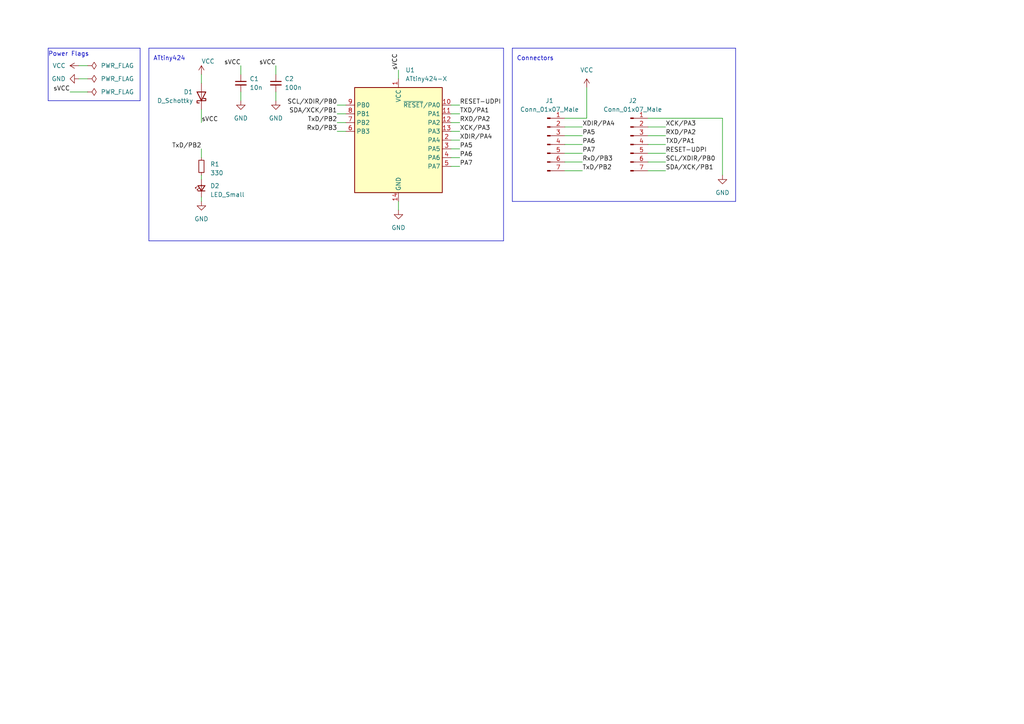
<source format=kicad_sch>
(kicad_sch (version 20230121) (generator eeschema)
  (paper "A4")
  (title_block (title "ATtiny-final") (date "2023-03-31") (rev "v1") (comment 1 "erste Version"))
  (lib_symbols
    (symbol "Connector:Conn_01x07_Male" (pin_names (offset 1.016) hide)
      (property "Reference" "J" (at 0 10.16 0))
      (property "Value" "Conn_01x07_Male" (at 0 -10.16 0))
      (symbol "Conn_01x07_Male_1_1"
        (polyline (pts (xy 1.27 -7.62) (xy 0.8636 -7.62)) (stroke (width 0.1524)))
        (polyline (pts (xy 1.27 -5.08) (xy 0.8636 -5.08)) (stroke (width 0.1524)))
        (polyline (pts (xy 1.27 -2.54) (xy 0.8636 -2.54)) (stroke (width 0.1524)))
        (polyline (pts (xy 1.27 0) (xy 0.8636 0)) (stroke (width 0.1524)))
        (polyline (pts (xy 1.27 2.54) (xy 0.8636 2.54)) (stroke (width 0.1524)))
        (polyline (pts (xy 1.27 5.08) (xy 0.8636 5.08)) (stroke (width 0.1524)))
        (polyline (pts (xy 1.27 7.62) (xy 0.8636 7.62)) (stroke (width 0.1524)))
        (rectangle (start 0.8636 -7.493) (end 0 -7.747) (stroke (width 0.1524)) (fill (type outline)))
        (rectangle (start 0.8636 -4.953) (end 0 -5.207) (stroke (width 0.1524)) (fill (type outline)))
        (rectangle (start 0.8636 -2.413) (end 0 -2.667) (stroke (width 0.1524)) (fill (type outline)))
        (rectangle (start 0.8636 0.127) (end 0 -0.127) (stroke (width 0.1524)) (fill (type outline)))
        (rectangle (start 0.8636 2.667) (end 0 2.413) (stroke (width 0.1524)) (fill (type outline)))
        (rectangle (start 0.8636 5.207) (end 0 4.953) (stroke (width 0.1524)) (fill (type outline)))
        (rectangle (start 0.8636 7.747) (end 0 7.493) (stroke (width 0.1524)) (fill (type outline)))
        (pin passive line (at 5.08 7.62 180) (length 3.81) (name "Pin_1") (number "1"))
        (pin passive line (at 5.08 5.08 180) (length 3.81) (name "Pin_2") (number "2"))
        (pin passive line (at 5.08 2.54 180) (length 3.81) (name "Pin_3") (number "3"))
        (pin passive line (at 5.08 0 180) (length 3.81) (name "Pin_4") (number "4"))
        (pin passive line (at 5.08 -2.54 180) (length 3.81) (name "Pin_5") (number "5"))
        (pin passive line (at 5.08 -5.08 180) (length 3.81) (name "Pin_6") (number "6"))
        (pin passive line (at 5.08 -7.62 180) (length 3.81) (name "Pin_7") (number "7"))
      )
    )
    (symbol "Device:C_Small" (pin_numbers hide) (pin_names (offset 0.254) hide)
      (property "Reference" "C" (at 0.254 1.778 0))
      (property "Value" "C_Small" (at 0.254 -2.032 0))
      (symbol "C_Small_0_1"
        (polyline (pts (xy -1.524 -0.508) (xy 1.524 -0.508)) (stroke (width 0.3302)))
        (polyline (pts (xy -1.524 0.508) (xy 1.524 0.508)) (stroke (width 0.3048)))
      )
      (symbol "C_Small_1_1"
        (pin passive line (at 0 2.54 270) (length 2.032) (name "~") (number "1"))
        (pin passive line (at 0 -2.54 90) (length 2.032) (name "~") (number "2"))
      )
    )
    (symbol "Device:D_Schottky" (pin_numbers hide) (pin_names (offset 1.016) hide)
      (property "Reference" "D" (at 0 2.54 0))
      (property "Value" "D_Schottky" (at 0 -2.54 0))
      (symbol "D_Schottky_0_1"
        (polyline (pts (xy 1.27 0) (xy -1.27 0)))
        (polyline (pts (xy 1.27 1.27) (xy 1.27 -1.27) (xy -1.27 0) (xy 1.27 1.27)) (stroke (width 0.254)))
        (polyline (pts (xy -1.905 0.635) (xy -1.905 1.27) (xy -1.27 1.27) (xy -1.27 -1.27) (xy -0.635 -1.27) (xy -0.635 -0.635)) (stroke (width 0.254)))
      )
      (symbol "D_Schottky_1_1"
        (pin passive line (at -3.81 0 0) (length 2.54) (name "K") (number "1"))
        (pin passive line (at 3.81 0 180) (length 2.54) (name "A") (number "2"))
      )
    )
    (symbol "Device:LED_Small" (pin_numbers hide) (pin_names (offset 0.254) hide)
      (property "Reference" "D" (at -1.27 3.175 0))
      (property "Value" "LED_Small" (at -4.445 -2.54 0))
      (symbol "LED_Small_0_1"
        (polyline (pts (xy -0.762 -1.016) (xy -0.762 1.016)) (stroke (width 0.254)))
        (polyline (pts (xy 1.016 0) (xy -0.762 0)))
        (polyline (pts (xy 0.762 -1.016) (xy -0.762 0) (xy 0.762 1.016) (xy 0.762 -1.016)) (stroke (width 0.254)))
        (polyline (pts (xy 0 0.762) (xy -0.508 1.27) (xy -0.254 1.27) (xy -0.508 1.27) (xy -0.508 1.016)))
        (polyline (pts (xy 0.508 1.27) (xy 0 1.778) (xy 0.254 1.778) (xy 0 1.778) (xy 0 1.524)))
      )
      (symbol "LED_Small_1_1"
        (pin passive line (at -2.54 0 0) (length 1.778) (name "K") (number "1"))
        (pin passive line (at 2.54 0 180) (length 1.778) (name "A") (number "2"))
      )
    )
    (symbol "Device:R_Small" (pin_numbers hide) (pin_names (offset 0.254) hide)
      (property "Reference" "R" (at 0.762 0.508 0))
      (property "Value" "R_Small" (at 0.762 -1.016 0))
      (symbol "R_Small_0_1"
        (rectangle (start -0.762 1.778) (end 0.762 -1.778) (stroke (width 0.2032)))
      )
      (symbol "R_Small_1_1"
        (pin passive line (at 0 2.54 270) (length 0.762) (name "~") (number "1"))
        (pin passive line (at 0 -2.54 90) (length 0.762) (name "~") (number "2"))
      )
    )
    (symbol "MCU_Microchip_ATtiny:ATtiny424-X"
      (property "Reference" "U" (at -12.7 16.51 0))
      (property "Value" "ATtiny424-X" (at 2.54 -16.51 0))
      (symbol "ATtiny424-X_0_1"
        (rectangle (start -12.7 -15.24) (end 12.7 15.24) (stroke (width 0.254)) (fill (type background)))
      )
      (symbol "ATtiny424-X_1_1"
        (pin power_in line (at 0 17.78 270) (length 2.54) (name "VCC") (number "1"))
        (pin bidirectional line (at 15.24 10.16 180) (length 2.54) (name "~{RESET}/PA0") (number "10"))
        (pin bidirectional line (at 15.24 7.62 180) (length 2.54) (name "PA1") (number "11"))
        (pin bidirectional line (at 15.24 5.08 180) (length 2.54) (name "PA2") (number "12"))
        (pin bidirectional line (at 15.24 2.54 180) (length 2.54) (name "PA3") (number "13"))
        (pin power_in line (at 0 -17.78 90) (length 2.54) (name "GND") (number "14"))
        (pin bidirectional line (at 15.24 0 180) (length 2.54) (name "PA4") (number "2"))
        (pin bidirectional line (at 15.24 -2.54 180) (length 2.54) (name "PA5") (number "3"))
        (pin bidirectional line (at 15.24 -5.08 180) (length 2.54) (name "PA6") (number "4"))
        (pin bidirectional line (at 15.24 -7.62 180) (length 2.54) (name "PA7") (number "5"))
        (pin bidirectional line (at -15.24 2.54 0) (length 2.54) (name "PB3") (number "6"))
        (pin bidirectional line (at -15.24 5.08 0) (length 2.54) (name "PB2") (number "7"))
        (pin bidirectional line (at -15.24 7.62 0) (length 2.54) (name "PB1") (number "8"))
        (pin bidirectional line (at -15.24 10.16 0) (length 2.54) (name "PB0") (number "9"))
      )
    )
    (symbol "power:GND" (power) (pin_names (offset 0))
      (property "Value" "GND" (at 0 -3.81 0))
      (symbol "GND_0_1"
        (polyline (pts (xy 0 0) (xy 0 -1.27) (xy 1.27 -1.27) (xy 0 -2.54) (xy -1.27 -1.27) (xy 0 -1.27)))
      )
      (symbol "GND_1_1"
        (pin power_in line (at 0 0 270) (length 0) hide (name "GND") (number "1"))
      )
    )
    (symbol "power:PWR_FLAG" (power) (pin_numbers hide) (pin_names (offset 0) hide)
      (property "Value" "PWR_FLAG" (at 0 3.81 0))
      (symbol "PWR_FLAG_0_0"
        (pin power_out line (at 0 0 90) (length 0) (name "pwr") (number "1"))
      )
      (symbol "PWR_FLAG_0_1"
        (polyline (pts (xy 0 0) (xy 0 1.27) (xy -1.016 1.905) (xy 0 2.54) (xy 1.016 1.905) (xy 0 1.27)))
      )
    )
    (symbol "power:VCC" (power) (pin_names (offset 0))
      (property "Value" "VCC" (at 0 3.81 0))
      (symbol "VCC_0_1"
        (polyline (pts (xy -0.762 1.27) (xy 0 2.54)))
        (polyline (pts (xy 0 0) (xy 0 2.54)))
        (polyline (pts (xy 0 2.54) (xy 0.762 1.27)))
      )
      (symbol "VCC_1_1"
        (pin power_in line (at 0 0 90) (length 0) hide (name "VCC") (number "1"))
      )
    )
  )
  (wire (pts (xy 187.96 49.53) (xy 193.04 49.53)))
  (wire (pts (xy 130.81 33.02) (xy 133.35 33.02)))
  (wire (pts (xy 22.86 19.05) (xy 25.4 19.05)))
  (wire (pts (xy 130.81 30.48) (xy 133.35 30.48)))
  (wire (pts (xy 20.32 26.67) (xy 25.4 26.67)))
  (wire (pts (xy 22.86 22.86) (xy 25.4 22.86)))
  (polyline (pts (xy 148.59 13.97) (xy 148.59 58.42)))
  (wire (pts (xy 58.42 57.15) (xy 58.42 58.42)))
  (wire (pts (xy 170.18 25.4) (xy 170.18 34.29)))
  (wire (pts (xy 163.83 36.83) (xy 168.91 36.83)))
  (polyline (pts (xy 146.05 13.97) (xy 146.05 69.85)))
  (polyline (pts (xy 13.97 13.97) (xy 40.64 13.97)))
  (wire (pts (xy 170.18 34.29) (xy 163.83 34.29)))
  (wire (pts (xy 115.57 58.42) (xy 115.57 60.96)))
  (wire (pts (xy 187.96 46.99) (xy 193.04 46.99)))
  (wire (pts (xy 130.81 40.64) (xy 133.35 40.64)))
  (wire (pts (xy 100.33 35.56) (xy 97.79 35.56)))
  (wire (pts (xy 130.81 43.18) (xy 133.35 43.18)))
  (wire (pts (xy 130.81 45.72) (xy 133.35 45.72)))
  (wire (pts (xy 100.33 38.1) (xy 97.79 38.1)))
  (wire (pts (xy 187.96 44.45) (xy 193.04 44.45)))
  (wire (pts (xy 187.96 39.37) (xy 193.04 39.37)))
  (polyline (pts (xy 213.36 58.42) (xy 213.36 13.97)))
  (polyline (pts (xy 146.05 69.85) (xy 43.18 69.85)))
  (wire (pts (xy 58.42 43.18) (xy 58.42 45.72)))
  (wire (pts (xy 187.96 41.91) (xy 193.04 41.91)))
  (wire (pts (xy 187.96 36.83) (xy 193.04 36.83)))
  (wire (pts (xy 130.81 35.56) (xy 133.35 35.56)))
  (wire (pts (xy 69.85 26.67) (xy 69.85 29.21)))
  (polyline (pts (xy 40.64 29.21) (xy 40.64 13.97)))
  (wire (pts (xy 58.42 21.59) (xy 58.42 24.13)))
  (polyline (pts (xy 148.59 58.42) (xy 213.36 58.42)))
  (wire (pts (xy 163.83 39.37) (xy 168.91 39.37)))
  (polyline (pts (xy 13.97 29.21) (xy 40.64 29.21)))
  (wire (pts (xy 163.83 46.99) (xy 168.91 46.99)))
  (wire (pts (xy 130.81 48.26) (xy 133.35 48.26)))
  (wire (pts (xy 163.83 41.91) (xy 168.91 41.91)))
  (polyline (pts (xy 43.18 13.97) (xy 43.18 69.85)))
  (wire (pts (xy 80.01 19.05) (xy 80.01 21.59)))
  (wire (pts (xy 58.42 50.8) (xy 58.42 52.07)))
  (wire (pts (xy 97.79 33.02) (xy 100.33 33.02)))
  (wire (pts (xy 163.83 49.53) (xy 168.91 49.53)))
  (polyline (pts (xy 43.18 13.97) (xy 146.05 13.97)))
  (wire (pts (xy 97.79 30.48) (xy 100.33 30.48)))
  (wire (pts (xy 58.42 31.75) (xy 58.42 35.56)))
  (wire (pts (xy 163.83 44.45) (xy 168.91 44.45)))
  (wire (pts (xy 209.55 34.29) (xy 209.55 50.8)))
  (wire (pts (xy 115.57 20.32) (xy 115.57 22.86)))
  (polyline (pts (xy 148.59 13.97) (xy 213.36 13.97)))
  (wire (pts (xy 80.01 26.67) (xy 80.01 29.21)))
  (polyline (pts (xy 13.97 13.97) (xy 13.97 29.21)))
  (wire (pts (xy 130.81 38.1) (xy 133.35 38.1)))
  (wire (pts (xy 187.96 34.29) (xy 209.55 34.29)))
  (wire (pts (xy 69.85 19.05) (xy 69.85 21.59)))
  (text "Power Flags" (at 13.97 16.51 0) (effects (font (size 1.27 1.27)) (justify left bottom)))
  (text "Connectors\n" (at 149.86 17.78 0) (effects (font (size 1.27 1.27)) (justify left bottom)))
  (text "ATtiny424" (at 44.45 17.78 0) (effects (font (size 1.27 1.27)) (justify left bottom)))
  (label "PA6" (at 168.91 41.91 0))
  (label "SCL{slash}XDIR{slash}PB0" (at 193.04 46.99 0))
  (label "PA6" (at 133.35 45.72 0))
  (label "sVCC" (at 80.01 19.05 180))
  (label "PA7" (at 168.91 44.45 0))
  (label "RXD{slash}PA2" (at 193.04 39.37 0))
  (label "TXD{slash}PA1" (at 133.35 33.02 0))
  (label "TXD{slash}PA1" (at 193.04 41.91 0))
  (label "RXD{slash}PA2" (at 133.35 35.56 0))
  (label "sVCC" (at 20.32 26.67 180))
  (label "RxD{slash}PB3" (at 97.79 38.1 180))
  (label "RESET-UDPI" (at 193.04 44.45 0))
  (label "sVCC" (at 69.85 19.05 180))
  (label "SCL{slash}XDIR{slash}PB0" (at 97.79 30.48 180))
  (label "XCK{slash}PA3" (at 193.04 36.83 0))
  (label "XCK{slash}PA3" (at 133.35 38.1 0))
  (label "SDA{slash}XCK{slash}PB1" (at 97.79 33.02 180))
  (label "RxD{slash}PB3" (at 168.91 46.99 0))
  (label "sVCC" (at 115.57 20.32 90))
  (label "PA5" (at 168.91 39.37 0))
  (label "XDIR{slash}PA4" (at 133.35 40.64 0))
  (label "sVCC" (at 58.42 35.56 0))
  (label "SDA{slash}XCK{slash}PB1" (at 193.04 49.53 0))
  (label "PA7" (at 133.35 48.26 0))
  (label "TxD{slash}PB2" (at 97.79 35.56 180))
  (label "TxD{slash}PB2" (at 58.42 43.18 180))
  (label "XDIR{slash}PA4" (at 168.91 36.83 0))
  (label "RESET-UDPI" (at 133.35 30.48 0))
  (label "PA5" (at 133.35 43.18 0))
  (label "TxD{slash}PB2" (at 168.91 49.53 0))
  (symbol (lib_id "power:VCC") (at 170.18 25.4 0) (unit 1)
    (property "Reference" "#PWR08" (effects hide))
    (property "Value" "VCC" (at 170.18 20.32 0))
  )
  (symbol (lib_id "Device:R_Small") (at 58.42 48.26 0) (unit 1)
    (property "Reference" "R1" (at 60.96 47.625 0) (effects (justify left)))
    (property "Value" "330" (at 60.96 50.165 0) (effects (justify left)))
    (property "Footprint" "Resistor_SMD:R_1206_3216Metric" (effects hide))
  )
  (symbol (lib_id "Connector:Conn_01x07_Male") (at 182.88 41.91 0) (unit 1)
    (property "Reference" "J2" (at 183.515 29.21 0))
    (property "Value" "Conn_01x07_Male" (at 183.515 31.75 0))
    (property "Footprint" "Connector_PinHeader_2.54mm:PinHeader_1x07_P2.54mm_Vertical" (effects hide))
  )
  (symbol (lib_id "power:PWR_FLAG") (at 25.4 22.86 270) (unit 1)
    (property "Reference" "#FLG02" (effects hide))
    (property "Value" "PWR_FLAG" (at 29.21 22.8599 90) (effects (justify left)))
  )
  (symbol (lib_id "power:GND") (at 115.57 60.96 0) (unit 1)
    (property "Reference" "#PWR07" (effects hide))
    (property "Value" "GND" (at 115.57 66.04 0))
  )
  (symbol (lib_id "power:GND") (at 22.86 22.86 270) (unit 1)
    (property "Reference" "#PWR02" (effects hide))
    (property "Value" "GND" (at 19.05 22.8599 90) (effects (justify right)))
  )
  (symbol (lib_id "power:PWR_FLAG") (at 25.4 26.67 270) (unit 1)
    (property "Reference" "#FLG03" (effects hide))
    (property "Value" "PWR_FLAG" (at 29.21 26.6699 90) (effects (justify left)))
  )
  (symbol (lib_id "Device:D_Schottky") (at 58.42 27.94 90) (unit 1)
    (property "Reference" "D1" (at 54.61 26.67 90))
    (property "Value" "D_Schottky" (at 50.8 29.21 90))
    (property "Footprint" "Diode_SMD:D_1206_3216Metric" (effects hide))
  )
  (symbol (lib_id "Device:LED_Small") (at 58.42 54.61 90) (unit 1)
    (property "Reference" "D2" (at 60.96 53.9115 90) (effects (justify right)))
    (property "Value" "LED_Small" (at 60.96 56.4515 90) (effects (justify right)))
    (property "Footprint" "Diode_SMD:D_1206_3216Metric" (effects hide))
  )
  (symbol (lib_id "power:GND") (at 58.42 58.42 0) (unit 1)
    (property "Reference" "#PWR04" (effects hide))
    (property "Value" "GND" (at 58.42 63.5 0))
  )
  (symbol (lib_id "power:GND") (at 80.01 29.21 0) (unit 1)
    (property "Reference" "#PWR06" (effects hide))
    (property "Value" "GND" (at 80.01 34.29 0))
  )
  (symbol (lib_id "power:PWR_FLAG") (at 25.4 19.05 270) (unit 1)
    (property "Reference" "#FLG01" (effects hide))
    (property "Value" "PWR_FLAG" (at 29.21 19.0499 90) (effects (justify left)))
  )
  (symbol (lib_id "Connector:Conn_01x07_Male") (at 158.75 41.91 0) (unit 1)
    (property "Reference" "J1" (at 159.385 29.21 0))
    (property "Value" "Conn_01x07_Male" (at 159.385 31.75 0))
    (property "Footprint" "Connector_PinHeader_2.54mm:PinHeader_1x07_P2.54mm_Vertical" (effects hide))
  )
  (symbol (lib_id "power:VCC") (at 22.86 19.05 90) (unit 1)
    (property "Reference" "#PWR01" (effects hide))
    (property "Value" "VCC" (at 19.05 19.0499 90) (effects (justify left)))
  )
  (symbol (lib_id "power:VCC") (at 58.42 21.59 0) (unit 1)
    (property "Reference" "#PWR03" (effects hide))
    (property "Value" "VCC" (at 58.4201 17.78 0) (effects (justify left)))
  )
  (symbol (lib_id "Device:C_Small") (at 80.01 24.13 0) (unit 1)
    (property "Reference" "C2" (at 82.55 22.86 0) (effects (justify left)))
    (property "Value" "100n" (at 82.55 25.4 0) (effects (justify left)))
    (property "Footprint" "Capacitor_SMD:C_1206_3216Metric" (effects hide))
  )
  (symbol (lib_id "Device:C_Small") (at 69.85 24.13 0) (unit 1)
    (property "Reference" "C1" (at 72.39 22.8662 0) (effects (justify left)))
    (property "Value" "10n" (at 72.39 25.4062 0) (effects (justify left)))
    (property "Footprint" "Capacitor_SMD:C_1206_3216Metric" (effects hide))
  )
  (symbol (lib_id "power:GND") (at 69.85 29.21 0) (unit 1)
    (property "Reference" "#PWR05" (effects hide))
    (property "Value" "GND" (at 69.85 34.29 0))
  )
  (symbol (lib_id "MCU_Microchip_ATtiny:ATtiny424-X") (at 115.57 40.64 0) (unit 1)
    (property "Reference" "U1" (at 117.5894 20.32 0) (effects (justify left)))
    (property "Value" "ATtiny424-X" (at 117.5894 22.86 0) (effects (justify left)))
    (property "Footprint" "Package_SO:TSSOP-14_4.4x5mm_P0.65mm" (effects hide))
    (property "Datasheet" "https://ww1.microchip.com/downloads/en/DeviceDoc/ATtiny424-426-427-824-826-827-DataSheet-DS40002311A.pdf" (effects hide))
  )
  (symbol (lib_id "power:GND") (at 209.55 50.8 0) (unit 1)
    (property "Reference" "#PWR09" (effects hide))
    (property "Value" "GND" (at 209.55 55.88 0))
  )
)
</source>
